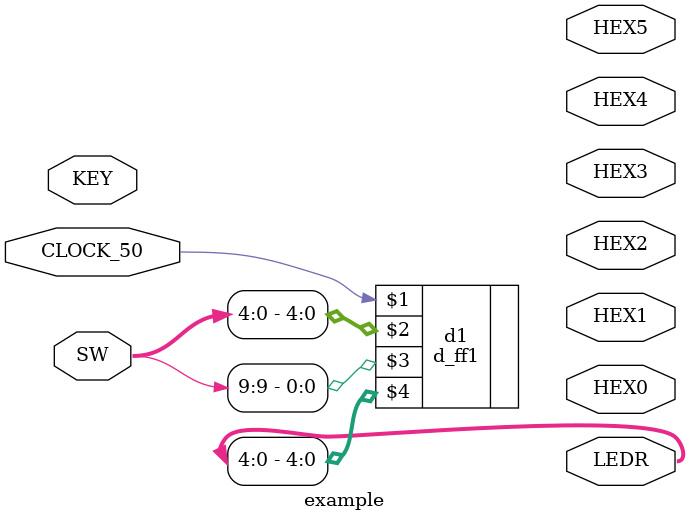
<source format=v>

module example( input CLOCK_50,
                output    [6:0] HEX0,
	          output    [6:0] HEX1,
	          output    [6:0] HEX2,
	          output    [6:0] HEX3,
	          output    [6:0] HEX4,
	          output    [6:0] HEX5,
                input     [3:0] KEY,
                output    [9:0] LEDR,
                input     [9:0] SW);

d_ff1 d1(CLOCK_50, SW[4:0], SW[9], LEDR[4:0]);    //flip-flop modulünü çağırdık.

endmodule 
</source>
